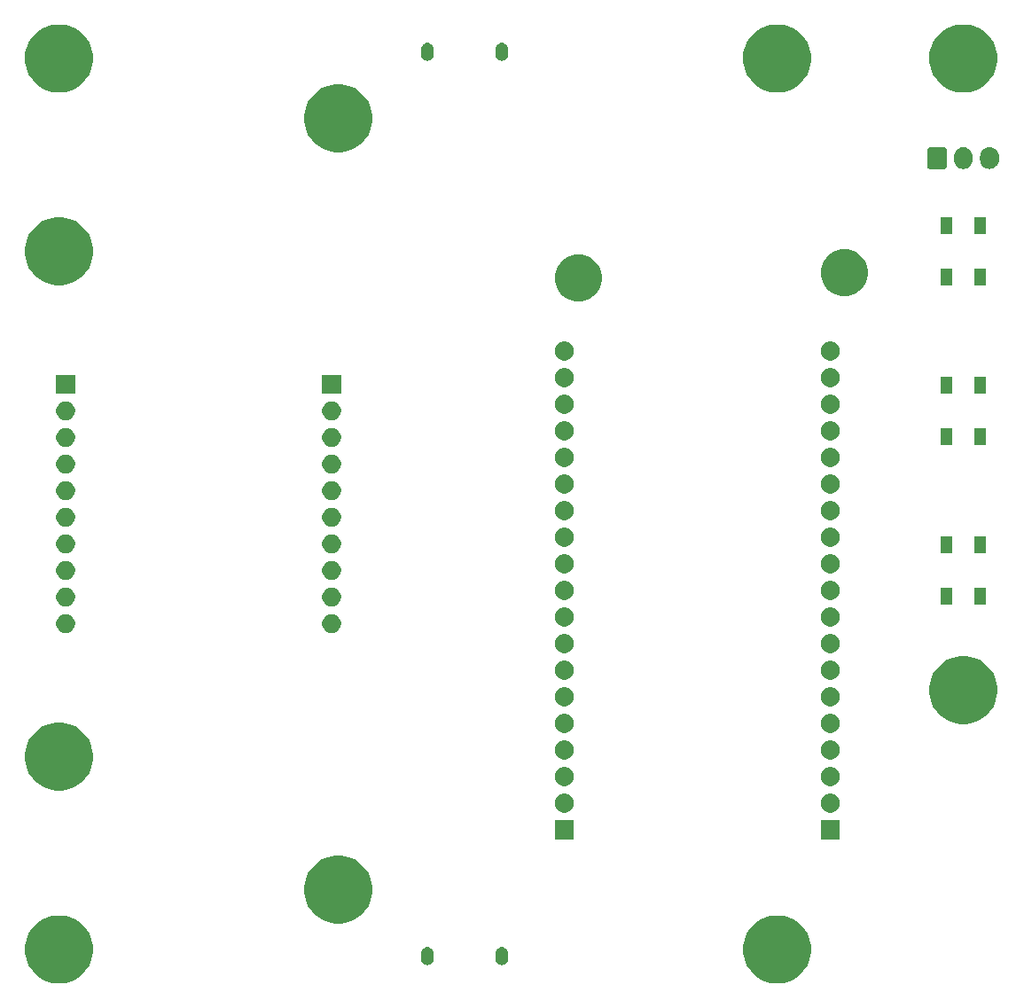
<source format=gbr>
G04 #@! TF.GenerationSoftware,KiCad,Pcbnew,(5.1.5)-3*
G04 #@! TF.CreationDate,2021-11-03T13:02:22+09:00*
G04 #@! TF.ProjectId,control_boad_2021-2,636f6e74-726f-46c5-9f62-6f61645f3230,rev?*
G04 #@! TF.SameCoordinates,Original*
G04 #@! TF.FileFunction,Soldermask,Bot*
G04 #@! TF.FilePolarity,Negative*
%FSLAX46Y46*%
G04 Gerber Fmt 4.6, Leading zero omitted, Abs format (unit mm)*
G04 Created by KiCad (PCBNEW (5.1.5)-3) date 2021-11-03 13:02:22*
%MOMM*%
%LPD*%
G04 APERTURE LIST*
%ADD10C,0.100000*%
G04 APERTURE END LIST*
D10*
G36*
X69842950Y-139685216D02*
G01*
X70163282Y-139748934D01*
X70754926Y-139994001D01*
X71287392Y-140349784D01*
X71740216Y-140802608D01*
X72095999Y-141335074D01*
X72341066Y-141926718D01*
X72341066Y-141926719D01*
X72466000Y-142554803D01*
X72466000Y-143195197D01*
X72403533Y-143509239D01*
X72341066Y-143823282D01*
X72095999Y-144414926D01*
X71740216Y-144947392D01*
X71287392Y-145400216D01*
X70754926Y-145755999D01*
X70163282Y-146001066D01*
X69849239Y-146063533D01*
X69535197Y-146126000D01*
X68894803Y-146126000D01*
X68580761Y-146063533D01*
X68266718Y-146001066D01*
X67675074Y-145755999D01*
X67142608Y-145400216D01*
X66689784Y-144947392D01*
X66334001Y-144414926D01*
X66088934Y-143823282D01*
X66026467Y-143509239D01*
X65964000Y-143195197D01*
X65964000Y-142554803D01*
X66088934Y-141926719D01*
X66088934Y-141926718D01*
X66334001Y-141335074D01*
X66689784Y-140802608D01*
X67142608Y-140349784D01*
X67675074Y-139994001D01*
X68266718Y-139748934D01*
X68587050Y-139685216D01*
X68894803Y-139624000D01*
X69535197Y-139624000D01*
X69842950Y-139685216D01*
G37*
G36*
X138422950Y-139685216D02*
G01*
X138743282Y-139748934D01*
X139334926Y-139994001D01*
X139867392Y-140349784D01*
X140320216Y-140802608D01*
X140675999Y-141335074D01*
X140921066Y-141926718D01*
X140921066Y-141926719D01*
X141046000Y-142554803D01*
X141046000Y-143195197D01*
X140983533Y-143509239D01*
X140921066Y-143823282D01*
X140675999Y-144414926D01*
X140320216Y-144947392D01*
X139867392Y-145400216D01*
X139334926Y-145755999D01*
X138743282Y-146001066D01*
X138429239Y-146063533D01*
X138115197Y-146126000D01*
X137474803Y-146126000D01*
X137160761Y-146063533D01*
X136846718Y-146001066D01*
X136255074Y-145755999D01*
X135722608Y-145400216D01*
X135269784Y-144947392D01*
X134914001Y-144414926D01*
X134668934Y-143823282D01*
X134606467Y-143509239D01*
X134544000Y-143195197D01*
X134544000Y-142554803D01*
X134668934Y-141926719D01*
X134668934Y-141926718D01*
X134914001Y-141335074D01*
X135269784Y-140802608D01*
X135722608Y-140349784D01*
X136255074Y-139994001D01*
X136846718Y-139748934D01*
X137167050Y-139685216D01*
X137474803Y-139624000D01*
X138115197Y-139624000D01*
X138422950Y-139685216D01*
G37*
G36*
X111617818Y-142667696D02*
G01*
X111731105Y-142702062D01*
X111835512Y-142757869D01*
X111927027Y-142832973D01*
X112002131Y-142924488D01*
X112057938Y-143028895D01*
X112092304Y-143142182D01*
X112101000Y-143230481D01*
X112101000Y-143789519D01*
X112092304Y-143877818D01*
X112057938Y-143991105D01*
X112002131Y-144095512D01*
X112002130Y-144095513D01*
X111927027Y-144187027D01*
X111851923Y-144248662D01*
X111835511Y-144262131D01*
X111731104Y-144317938D01*
X111617817Y-144352304D01*
X111500000Y-144363907D01*
X111382182Y-144352304D01*
X111268895Y-144317938D01*
X111164488Y-144262131D01*
X111115274Y-144221742D01*
X111072973Y-144187027D01*
X110997870Y-144095512D01*
X110997869Y-144095511D01*
X110942062Y-143991104D01*
X110907696Y-143877817D01*
X110899000Y-143789518D01*
X110899000Y-143230481D01*
X110907696Y-143142182D01*
X110942062Y-143028895D01*
X110997869Y-142924488D01*
X111072974Y-142832973D01*
X111164489Y-142757869D01*
X111268896Y-142702062D01*
X111382183Y-142667696D01*
X111500000Y-142656093D01*
X111617818Y-142667696D01*
G37*
G36*
X104517818Y-142667696D02*
G01*
X104631105Y-142702062D01*
X104735512Y-142757869D01*
X104827027Y-142832973D01*
X104902131Y-142924488D01*
X104957938Y-143028895D01*
X104992304Y-143142182D01*
X105001000Y-143230481D01*
X105001000Y-143789519D01*
X104992304Y-143877818D01*
X104957938Y-143991105D01*
X104902131Y-144095512D01*
X104902130Y-144095513D01*
X104827027Y-144187027D01*
X104751923Y-144248662D01*
X104735511Y-144262131D01*
X104631104Y-144317938D01*
X104517817Y-144352304D01*
X104400000Y-144363907D01*
X104282182Y-144352304D01*
X104168895Y-144317938D01*
X104064488Y-144262131D01*
X104015274Y-144221742D01*
X103972973Y-144187027D01*
X103897870Y-144095512D01*
X103897869Y-144095511D01*
X103842062Y-143991104D01*
X103807696Y-143877817D01*
X103799000Y-143789518D01*
X103799000Y-143230481D01*
X103807696Y-143142182D01*
X103842062Y-143028895D01*
X103897869Y-142924488D01*
X103972974Y-142832973D01*
X104064489Y-142757869D01*
X104168896Y-142702062D01*
X104282183Y-142667696D01*
X104400000Y-142656093D01*
X104517818Y-142667696D01*
G37*
G36*
X96519239Y-133971467D02*
G01*
X96833282Y-134033934D01*
X97424926Y-134279001D01*
X97957392Y-134634784D01*
X98410216Y-135087608D01*
X98765999Y-135620074D01*
X99011066Y-136211718D01*
X99136000Y-136839804D01*
X99136000Y-137480196D01*
X99011066Y-138108282D01*
X98765999Y-138699926D01*
X98410216Y-139232392D01*
X97957392Y-139685216D01*
X97424926Y-140040999D01*
X96833282Y-140286066D01*
X96544803Y-140343448D01*
X96205197Y-140411000D01*
X95564803Y-140411000D01*
X95225197Y-140343448D01*
X94936718Y-140286066D01*
X94345074Y-140040999D01*
X93812608Y-139685216D01*
X93359784Y-139232392D01*
X93004001Y-138699926D01*
X92758934Y-138108282D01*
X92634000Y-137480196D01*
X92634000Y-136839804D01*
X92758934Y-136211718D01*
X93004001Y-135620074D01*
X93359784Y-135087608D01*
X93812608Y-134634784D01*
X94345074Y-134279001D01*
X94936718Y-134033934D01*
X95250761Y-133971467D01*
X95564803Y-133909000D01*
X96205197Y-133909000D01*
X96519239Y-133971467D01*
G37*
G36*
X118376000Y-132346000D02*
G01*
X116574000Y-132346000D01*
X116574000Y-130544000D01*
X118376000Y-130544000D01*
X118376000Y-132346000D01*
G37*
G36*
X143776000Y-132346000D02*
G01*
X141974000Y-132346000D01*
X141974000Y-130544000D01*
X143776000Y-130544000D01*
X143776000Y-132346000D01*
G37*
G36*
X117588512Y-128008927D02*
G01*
X117737812Y-128038624D01*
X117901784Y-128106544D01*
X118049354Y-128205147D01*
X118174853Y-128330646D01*
X118273456Y-128478216D01*
X118341376Y-128642188D01*
X118376000Y-128816259D01*
X118376000Y-128993741D01*
X118341376Y-129167812D01*
X118273456Y-129331784D01*
X118174853Y-129479354D01*
X118049354Y-129604853D01*
X117901784Y-129703456D01*
X117737812Y-129771376D01*
X117588512Y-129801073D01*
X117563742Y-129806000D01*
X117386258Y-129806000D01*
X117361488Y-129801073D01*
X117212188Y-129771376D01*
X117048216Y-129703456D01*
X116900646Y-129604853D01*
X116775147Y-129479354D01*
X116676544Y-129331784D01*
X116608624Y-129167812D01*
X116574000Y-128993741D01*
X116574000Y-128816259D01*
X116608624Y-128642188D01*
X116676544Y-128478216D01*
X116775147Y-128330646D01*
X116900646Y-128205147D01*
X117048216Y-128106544D01*
X117212188Y-128038624D01*
X117361488Y-128008927D01*
X117386258Y-128004000D01*
X117563742Y-128004000D01*
X117588512Y-128008927D01*
G37*
G36*
X142988512Y-128008927D02*
G01*
X143137812Y-128038624D01*
X143301784Y-128106544D01*
X143449354Y-128205147D01*
X143574853Y-128330646D01*
X143673456Y-128478216D01*
X143741376Y-128642188D01*
X143776000Y-128816259D01*
X143776000Y-128993741D01*
X143741376Y-129167812D01*
X143673456Y-129331784D01*
X143574853Y-129479354D01*
X143449354Y-129604853D01*
X143301784Y-129703456D01*
X143137812Y-129771376D01*
X142988512Y-129801073D01*
X142963742Y-129806000D01*
X142786258Y-129806000D01*
X142761488Y-129801073D01*
X142612188Y-129771376D01*
X142448216Y-129703456D01*
X142300646Y-129604853D01*
X142175147Y-129479354D01*
X142076544Y-129331784D01*
X142008624Y-129167812D01*
X141974000Y-128993741D01*
X141974000Y-128816259D01*
X142008624Y-128642188D01*
X142076544Y-128478216D01*
X142175147Y-128330646D01*
X142300646Y-128205147D01*
X142448216Y-128106544D01*
X142612188Y-128038624D01*
X142761488Y-128008927D01*
X142786258Y-128004000D01*
X142963742Y-128004000D01*
X142988512Y-128008927D01*
G37*
G36*
X69849239Y-121271467D02*
G01*
X70163282Y-121333934D01*
X70754926Y-121579001D01*
X71287392Y-121934784D01*
X71740216Y-122387608D01*
X72095999Y-122920074D01*
X72341066Y-123511718D01*
X72341066Y-123511719D01*
X72421034Y-123913742D01*
X72466000Y-124139804D01*
X72466000Y-124780196D01*
X72341066Y-125408282D01*
X72095999Y-125999926D01*
X71740216Y-126532392D01*
X71287392Y-126985216D01*
X70754926Y-127340999D01*
X70163282Y-127586066D01*
X69849239Y-127648533D01*
X69535197Y-127711000D01*
X68894803Y-127711000D01*
X68580761Y-127648533D01*
X68266718Y-127586066D01*
X67675074Y-127340999D01*
X67142608Y-126985216D01*
X66689784Y-126532392D01*
X66334001Y-125999926D01*
X66088934Y-125408282D01*
X65964000Y-124780196D01*
X65964000Y-124139804D01*
X66008967Y-123913742D01*
X66088934Y-123511719D01*
X66088934Y-123511718D01*
X66334001Y-122920074D01*
X66689784Y-122387608D01*
X67142608Y-121934784D01*
X67675074Y-121579001D01*
X68266718Y-121333934D01*
X68580761Y-121271467D01*
X68894803Y-121209000D01*
X69535197Y-121209000D01*
X69849239Y-121271467D01*
G37*
G36*
X142988512Y-125468927D02*
G01*
X143137812Y-125498624D01*
X143301784Y-125566544D01*
X143449354Y-125665147D01*
X143574853Y-125790646D01*
X143673456Y-125938216D01*
X143741376Y-126102188D01*
X143776000Y-126276259D01*
X143776000Y-126453741D01*
X143741376Y-126627812D01*
X143673456Y-126791784D01*
X143574853Y-126939354D01*
X143449354Y-127064853D01*
X143301784Y-127163456D01*
X143137812Y-127231376D01*
X142988512Y-127261073D01*
X142963742Y-127266000D01*
X142786258Y-127266000D01*
X142761488Y-127261073D01*
X142612188Y-127231376D01*
X142448216Y-127163456D01*
X142300646Y-127064853D01*
X142175147Y-126939354D01*
X142076544Y-126791784D01*
X142008624Y-126627812D01*
X141974000Y-126453741D01*
X141974000Y-126276259D01*
X142008624Y-126102188D01*
X142076544Y-125938216D01*
X142175147Y-125790646D01*
X142300646Y-125665147D01*
X142448216Y-125566544D01*
X142612188Y-125498624D01*
X142761488Y-125468927D01*
X142786258Y-125464000D01*
X142963742Y-125464000D01*
X142988512Y-125468927D01*
G37*
G36*
X117588512Y-125468927D02*
G01*
X117737812Y-125498624D01*
X117901784Y-125566544D01*
X118049354Y-125665147D01*
X118174853Y-125790646D01*
X118273456Y-125938216D01*
X118341376Y-126102188D01*
X118376000Y-126276259D01*
X118376000Y-126453741D01*
X118341376Y-126627812D01*
X118273456Y-126791784D01*
X118174853Y-126939354D01*
X118049354Y-127064853D01*
X117901784Y-127163456D01*
X117737812Y-127231376D01*
X117588512Y-127261073D01*
X117563742Y-127266000D01*
X117386258Y-127266000D01*
X117361488Y-127261073D01*
X117212188Y-127231376D01*
X117048216Y-127163456D01*
X116900646Y-127064853D01*
X116775147Y-126939354D01*
X116676544Y-126791784D01*
X116608624Y-126627812D01*
X116574000Y-126453741D01*
X116574000Y-126276259D01*
X116608624Y-126102188D01*
X116676544Y-125938216D01*
X116775147Y-125790646D01*
X116900646Y-125665147D01*
X117048216Y-125566544D01*
X117212188Y-125498624D01*
X117361488Y-125468927D01*
X117386258Y-125464000D01*
X117563742Y-125464000D01*
X117588512Y-125468927D01*
G37*
G36*
X117588512Y-122928927D02*
G01*
X117737812Y-122958624D01*
X117901784Y-123026544D01*
X118049354Y-123125147D01*
X118174853Y-123250646D01*
X118273456Y-123398216D01*
X118341376Y-123562188D01*
X118376000Y-123736259D01*
X118376000Y-123913741D01*
X118341376Y-124087812D01*
X118273456Y-124251784D01*
X118174853Y-124399354D01*
X118049354Y-124524853D01*
X117901784Y-124623456D01*
X117737812Y-124691376D01*
X117588512Y-124721073D01*
X117563742Y-124726000D01*
X117386258Y-124726000D01*
X117361488Y-124721073D01*
X117212188Y-124691376D01*
X117048216Y-124623456D01*
X116900646Y-124524853D01*
X116775147Y-124399354D01*
X116676544Y-124251784D01*
X116608624Y-124087812D01*
X116574000Y-123913741D01*
X116574000Y-123736259D01*
X116608624Y-123562188D01*
X116676544Y-123398216D01*
X116775147Y-123250646D01*
X116900646Y-123125147D01*
X117048216Y-123026544D01*
X117212188Y-122958624D01*
X117361488Y-122928927D01*
X117386258Y-122924000D01*
X117563742Y-122924000D01*
X117588512Y-122928927D01*
G37*
G36*
X142988512Y-122928927D02*
G01*
X143137812Y-122958624D01*
X143301784Y-123026544D01*
X143449354Y-123125147D01*
X143574853Y-123250646D01*
X143673456Y-123398216D01*
X143741376Y-123562188D01*
X143776000Y-123736259D01*
X143776000Y-123913741D01*
X143741376Y-124087812D01*
X143673456Y-124251784D01*
X143574853Y-124399354D01*
X143449354Y-124524853D01*
X143301784Y-124623456D01*
X143137812Y-124691376D01*
X142988512Y-124721073D01*
X142963742Y-124726000D01*
X142786258Y-124726000D01*
X142761488Y-124721073D01*
X142612188Y-124691376D01*
X142448216Y-124623456D01*
X142300646Y-124524853D01*
X142175147Y-124399354D01*
X142076544Y-124251784D01*
X142008624Y-124087812D01*
X141974000Y-123913741D01*
X141974000Y-123736259D01*
X142008624Y-123562188D01*
X142076544Y-123398216D01*
X142175147Y-123250646D01*
X142300646Y-123125147D01*
X142448216Y-123026544D01*
X142612188Y-122958624D01*
X142761488Y-122928927D01*
X142786258Y-122924000D01*
X142963742Y-122924000D01*
X142988512Y-122928927D01*
G37*
G36*
X142988512Y-120388927D02*
G01*
X143137812Y-120418624D01*
X143301784Y-120486544D01*
X143449354Y-120585147D01*
X143574853Y-120710646D01*
X143673456Y-120858216D01*
X143741376Y-121022188D01*
X143776000Y-121196259D01*
X143776000Y-121373741D01*
X143741376Y-121547812D01*
X143673456Y-121711784D01*
X143574853Y-121859354D01*
X143449354Y-121984853D01*
X143301784Y-122083456D01*
X143137812Y-122151376D01*
X142988512Y-122181073D01*
X142963742Y-122186000D01*
X142786258Y-122186000D01*
X142761488Y-122181073D01*
X142612188Y-122151376D01*
X142448216Y-122083456D01*
X142300646Y-121984853D01*
X142175147Y-121859354D01*
X142076544Y-121711784D01*
X142008624Y-121547812D01*
X141974000Y-121373741D01*
X141974000Y-121196259D01*
X142008624Y-121022188D01*
X142076544Y-120858216D01*
X142175147Y-120710646D01*
X142300646Y-120585147D01*
X142448216Y-120486544D01*
X142612188Y-120418624D01*
X142761488Y-120388927D01*
X142786258Y-120384000D01*
X142963742Y-120384000D01*
X142988512Y-120388927D01*
G37*
G36*
X117588512Y-120388927D02*
G01*
X117737812Y-120418624D01*
X117901784Y-120486544D01*
X118049354Y-120585147D01*
X118174853Y-120710646D01*
X118273456Y-120858216D01*
X118341376Y-121022188D01*
X118376000Y-121196259D01*
X118376000Y-121373741D01*
X118341376Y-121547812D01*
X118273456Y-121711784D01*
X118174853Y-121859354D01*
X118049354Y-121984853D01*
X117901784Y-122083456D01*
X117737812Y-122151376D01*
X117588512Y-122181073D01*
X117563742Y-122186000D01*
X117386258Y-122186000D01*
X117361488Y-122181073D01*
X117212188Y-122151376D01*
X117048216Y-122083456D01*
X116900646Y-121984853D01*
X116775147Y-121859354D01*
X116676544Y-121711784D01*
X116608624Y-121547812D01*
X116574000Y-121373741D01*
X116574000Y-121196259D01*
X116608624Y-121022188D01*
X116676544Y-120858216D01*
X116775147Y-120710646D01*
X116900646Y-120585147D01*
X117048216Y-120486544D01*
X117212188Y-120418624D01*
X117361488Y-120388927D01*
X117386258Y-120384000D01*
X117563742Y-120384000D01*
X117588512Y-120388927D01*
G37*
G36*
X156209239Y-114921467D02*
G01*
X156523282Y-114983934D01*
X157114926Y-115229001D01*
X157647392Y-115584784D01*
X158100216Y-116037608D01*
X158455999Y-116570074D01*
X158701066Y-117161718D01*
X158701066Y-117161719D01*
X158826000Y-117789803D01*
X158826000Y-118430197D01*
X158781033Y-118656259D01*
X158701066Y-119058282D01*
X158455999Y-119649926D01*
X158100216Y-120182392D01*
X157647392Y-120635216D01*
X157114926Y-120990999D01*
X156523282Y-121236066D01*
X156209239Y-121298533D01*
X155895197Y-121361000D01*
X155254803Y-121361000D01*
X154940761Y-121298533D01*
X154626718Y-121236066D01*
X154035074Y-120990999D01*
X153502608Y-120635216D01*
X153049784Y-120182392D01*
X152694001Y-119649926D01*
X152448934Y-119058282D01*
X152368967Y-118656259D01*
X152324000Y-118430197D01*
X152324000Y-117789803D01*
X152448934Y-117161719D01*
X152448934Y-117161718D01*
X152694001Y-116570074D01*
X153049784Y-116037608D01*
X153502608Y-115584784D01*
X154035074Y-115229001D01*
X154626718Y-114983934D01*
X154940761Y-114921467D01*
X155254803Y-114859000D01*
X155895197Y-114859000D01*
X156209239Y-114921467D01*
G37*
G36*
X142988512Y-117848927D02*
G01*
X143137812Y-117878624D01*
X143301784Y-117946544D01*
X143449354Y-118045147D01*
X143574853Y-118170646D01*
X143673456Y-118318216D01*
X143741376Y-118482188D01*
X143776000Y-118656259D01*
X143776000Y-118833741D01*
X143741376Y-119007812D01*
X143673456Y-119171784D01*
X143574853Y-119319354D01*
X143449354Y-119444853D01*
X143301784Y-119543456D01*
X143137812Y-119611376D01*
X142988512Y-119641073D01*
X142963742Y-119646000D01*
X142786258Y-119646000D01*
X142761488Y-119641073D01*
X142612188Y-119611376D01*
X142448216Y-119543456D01*
X142300646Y-119444853D01*
X142175147Y-119319354D01*
X142076544Y-119171784D01*
X142008624Y-119007812D01*
X141974000Y-118833741D01*
X141974000Y-118656259D01*
X142008624Y-118482188D01*
X142076544Y-118318216D01*
X142175147Y-118170646D01*
X142300646Y-118045147D01*
X142448216Y-117946544D01*
X142612188Y-117878624D01*
X142761488Y-117848927D01*
X142786258Y-117844000D01*
X142963742Y-117844000D01*
X142988512Y-117848927D01*
G37*
G36*
X117588512Y-117848927D02*
G01*
X117737812Y-117878624D01*
X117901784Y-117946544D01*
X118049354Y-118045147D01*
X118174853Y-118170646D01*
X118273456Y-118318216D01*
X118341376Y-118482188D01*
X118376000Y-118656259D01*
X118376000Y-118833741D01*
X118341376Y-119007812D01*
X118273456Y-119171784D01*
X118174853Y-119319354D01*
X118049354Y-119444853D01*
X117901784Y-119543456D01*
X117737812Y-119611376D01*
X117588512Y-119641073D01*
X117563742Y-119646000D01*
X117386258Y-119646000D01*
X117361488Y-119641073D01*
X117212188Y-119611376D01*
X117048216Y-119543456D01*
X116900646Y-119444853D01*
X116775147Y-119319354D01*
X116676544Y-119171784D01*
X116608624Y-119007812D01*
X116574000Y-118833741D01*
X116574000Y-118656259D01*
X116608624Y-118482188D01*
X116676544Y-118318216D01*
X116775147Y-118170646D01*
X116900646Y-118045147D01*
X117048216Y-117946544D01*
X117212188Y-117878624D01*
X117361488Y-117848927D01*
X117386258Y-117844000D01*
X117563742Y-117844000D01*
X117588512Y-117848927D01*
G37*
G36*
X117588512Y-115308927D02*
G01*
X117737812Y-115338624D01*
X117901784Y-115406544D01*
X118049354Y-115505147D01*
X118174853Y-115630646D01*
X118273456Y-115778216D01*
X118341376Y-115942188D01*
X118376000Y-116116259D01*
X118376000Y-116293741D01*
X118341376Y-116467812D01*
X118273456Y-116631784D01*
X118174853Y-116779354D01*
X118049354Y-116904853D01*
X117901784Y-117003456D01*
X117737812Y-117071376D01*
X117588512Y-117101073D01*
X117563742Y-117106000D01*
X117386258Y-117106000D01*
X117361488Y-117101073D01*
X117212188Y-117071376D01*
X117048216Y-117003456D01*
X116900646Y-116904853D01*
X116775147Y-116779354D01*
X116676544Y-116631784D01*
X116608624Y-116467812D01*
X116574000Y-116293741D01*
X116574000Y-116116259D01*
X116608624Y-115942188D01*
X116676544Y-115778216D01*
X116775147Y-115630646D01*
X116900646Y-115505147D01*
X117048216Y-115406544D01*
X117212188Y-115338624D01*
X117361488Y-115308927D01*
X117386258Y-115304000D01*
X117563742Y-115304000D01*
X117588512Y-115308927D01*
G37*
G36*
X142988512Y-115308927D02*
G01*
X143137812Y-115338624D01*
X143301784Y-115406544D01*
X143449354Y-115505147D01*
X143574853Y-115630646D01*
X143673456Y-115778216D01*
X143741376Y-115942188D01*
X143776000Y-116116259D01*
X143776000Y-116293741D01*
X143741376Y-116467812D01*
X143673456Y-116631784D01*
X143574853Y-116779354D01*
X143449354Y-116904853D01*
X143301784Y-117003456D01*
X143137812Y-117071376D01*
X142988512Y-117101073D01*
X142963742Y-117106000D01*
X142786258Y-117106000D01*
X142761488Y-117101073D01*
X142612188Y-117071376D01*
X142448216Y-117003456D01*
X142300646Y-116904853D01*
X142175147Y-116779354D01*
X142076544Y-116631784D01*
X142008624Y-116467812D01*
X141974000Y-116293741D01*
X141974000Y-116116259D01*
X142008624Y-115942188D01*
X142076544Y-115778216D01*
X142175147Y-115630646D01*
X142300646Y-115505147D01*
X142448216Y-115406544D01*
X142612188Y-115338624D01*
X142761488Y-115308927D01*
X142786258Y-115304000D01*
X142963742Y-115304000D01*
X142988512Y-115308927D01*
G37*
G36*
X142988512Y-112768927D02*
G01*
X143137812Y-112798624D01*
X143301784Y-112866544D01*
X143449354Y-112965147D01*
X143574853Y-113090646D01*
X143673456Y-113238216D01*
X143741376Y-113402188D01*
X143776000Y-113576259D01*
X143776000Y-113753741D01*
X143741376Y-113927812D01*
X143673456Y-114091784D01*
X143574853Y-114239354D01*
X143449354Y-114364853D01*
X143301784Y-114463456D01*
X143137812Y-114531376D01*
X142988512Y-114561073D01*
X142963742Y-114566000D01*
X142786258Y-114566000D01*
X142761488Y-114561073D01*
X142612188Y-114531376D01*
X142448216Y-114463456D01*
X142300646Y-114364853D01*
X142175147Y-114239354D01*
X142076544Y-114091784D01*
X142008624Y-113927812D01*
X141974000Y-113753741D01*
X141974000Y-113576259D01*
X142008624Y-113402188D01*
X142076544Y-113238216D01*
X142175147Y-113090646D01*
X142300646Y-112965147D01*
X142448216Y-112866544D01*
X142612188Y-112798624D01*
X142761488Y-112768927D01*
X142786258Y-112764000D01*
X142963742Y-112764000D01*
X142988512Y-112768927D01*
G37*
G36*
X117588512Y-112768927D02*
G01*
X117737812Y-112798624D01*
X117901784Y-112866544D01*
X118049354Y-112965147D01*
X118174853Y-113090646D01*
X118273456Y-113238216D01*
X118341376Y-113402188D01*
X118376000Y-113576259D01*
X118376000Y-113753741D01*
X118341376Y-113927812D01*
X118273456Y-114091784D01*
X118174853Y-114239354D01*
X118049354Y-114364853D01*
X117901784Y-114463456D01*
X117737812Y-114531376D01*
X117588512Y-114561073D01*
X117563742Y-114566000D01*
X117386258Y-114566000D01*
X117361488Y-114561073D01*
X117212188Y-114531376D01*
X117048216Y-114463456D01*
X116900646Y-114364853D01*
X116775147Y-114239354D01*
X116676544Y-114091784D01*
X116608624Y-113927812D01*
X116574000Y-113753741D01*
X116574000Y-113576259D01*
X116608624Y-113402188D01*
X116676544Y-113238216D01*
X116775147Y-113090646D01*
X116900646Y-112965147D01*
X117048216Y-112866544D01*
X117212188Y-112798624D01*
X117361488Y-112768927D01*
X117386258Y-112764000D01*
X117563742Y-112764000D01*
X117588512Y-112768927D01*
G37*
G36*
X95354769Y-110862188D02*
G01*
X95512812Y-110893624D01*
X95676784Y-110961544D01*
X95824354Y-111060147D01*
X95949853Y-111185646D01*
X96048456Y-111333216D01*
X96116376Y-111497188D01*
X96151000Y-111671259D01*
X96151000Y-111848741D01*
X96116376Y-112022812D01*
X96048456Y-112186784D01*
X95949853Y-112334354D01*
X95824354Y-112459853D01*
X95676784Y-112558456D01*
X95512812Y-112626376D01*
X95363512Y-112656073D01*
X95338742Y-112661000D01*
X95161258Y-112661000D01*
X95136488Y-112656073D01*
X94987188Y-112626376D01*
X94823216Y-112558456D01*
X94675646Y-112459853D01*
X94550147Y-112334354D01*
X94451544Y-112186784D01*
X94383624Y-112022812D01*
X94349000Y-111848741D01*
X94349000Y-111671259D01*
X94383624Y-111497188D01*
X94451544Y-111333216D01*
X94550147Y-111185646D01*
X94675646Y-111060147D01*
X94823216Y-110961544D01*
X94987188Y-110893624D01*
X95145231Y-110862188D01*
X95161258Y-110859000D01*
X95338742Y-110859000D01*
X95354769Y-110862188D01*
G37*
G36*
X69954769Y-110862188D02*
G01*
X70112812Y-110893624D01*
X70276784Y-110961544D01*
X70424354Y-111060147D01*
X70549853Y-111185646D01*
X70648456Y-111333216D01*
X70716376Y-111497188D01*
X70751000Y-111671259D01*
X70751000Y-111848741D01*
X70716376Y-112022812D01*
X70648456Y-112186784D01*
X70549853Y-112334354D01*
X70424354Y-112459853D01*
X70276784Y-112558456D01*
X70112812Y-112626376D01*
X69963512Y-112656073D01*
X69938742Y-112661000D01*
X69761258Y-112661000D01*
X69736488Y-112656073D01*
X69587188Y-112626376D01*
X69423216Y-112558456D01*
X69275646Y-112459853D01*
X69150147Y-112334354D01*
X69051544Y-112186784D01*
X68983624Y-112022812D01*
X68949000Y-111848741D01*
X68949000Y-111671259D01*
X68983624Y-111497188D01*
X69051544Y-111333216D01*
X69150147Y-111185646D01*
X69275646Y-111060147D01*
X69423216Y-110961544D01*
X69587188Y-110893624D01*
X69745231Y-110862188D01*
X69761258Y-110859000D01*
X69938742Y-110859000D01*
X69954769Y-110862188D01*
G37*
G36*
X117588512Y-110228927D02*
G01*
X117737812Y-110258624D01*
X117901784Y-110326544D01*
X118049354Y-110425147D01*
X118174853Y-110550646D01*
X118273456Y-110698216D01*
X118341376Y-110862188D01*
X118376000Y-111036259D01*
X118376000Y-111213741D01*
X118341376Y-111387812D01*
X118273456Y-111551784D01*
X118174853Y-111699354D01*
X118049354Y-111824853D01*
X117901784Y-111923456D01*
X117737812Y-111991376D01*
X117588512Y-112021073D01*
X117563742Y-112026000D01*
X117386258Y-112026000D01*
X117361488Y-112021073D01*
X117212188Y-111991376D01*
X117048216Y-111923456D01*
X116900646Y-111824853D01*
X116775147Y-111699354D01*
X116676544Y-111551784D01*
X116608624Y-111387812D01*
X116574000Y-111213741D01*
X116574000Y-111036259D01*
X116608624Y-110862188D01*
X116676544Y-110698216D01*
X116775147Y-110550646D01*
X116900646Y-110425147D01*
X117048216Y-110326544D01*
X117212188Y-110258624D01*
X117361488Y-110228927D01*
X117386258Y-110224000D01*
X117563742Y-110224000D01*
X117588512Y-110228927D01*
G37*
G36*
X142988512Y-110228927D02*
G01*
X143137812Y-110258624D01*
X143301784Y-110326544D01*
X143449354Y-110425147D01*
X143574853Y-110550646D01*
X143673456Y-110698216D01*
X143741376Y-110862188D01*
X143776000Y-111036259D01*
X143776000Y-111213741D01*
X143741376Y-111387812D01*
X143673456Y-111551784D01*
X143574853Y-111699354D01*
X143449354Y-111824853D01*
X143301784Y-111923456D01*
X143137812Y-111991376D01*
X142988512Y-112021073D01*
X142963742Y-112026000D01*
X142786258Y-112026000D01*
X142761488Y-112021073D01*
X142612188Y-111991376D01*
X142448216Y-111923456D01*
X142300646Y-111824853D01*
X142175147Y-111699354D01*
X142076544Y-111551784D01*
X142008624Y-111387812D01*
X141974000Y-111213741D01*
X141974000Y-111036259D01*
X142008624Y-110862188D01*
X142076544Y-110698216D01*
X142175147Y-110550646D01*
X142300646Y-110425147D01*
X142448216Y-110326544D01*
X142612188Y-110258624D01*
X142761488Y-110228927D01*
X142786258Y-110224000D01*
X142963742Y-110224000D01*
X142988512Y-110228927D01*
G37*
G36*
X69954769Y-108322188D02*
G01*
X70112812Y-108353624D01*
X70276784Y-108421544D01*
X70424354Y-108520147D01*
X70549853Y-108645646D01*
X70648456Y-108793216D01*
X70716376Y-108957188D01*
X70751000Y-109131259D01*
X70751000Y-109308741D01*
X70716376Y-109482812D01*
X70648456Y-109646784D01*
X70549853Y-109794354D01*
X70424354Y-109919853D01*
X70276784Y-110018456D01*
X70112812Y-110086376D01*
X69963512Y-110116073D01*
X69938742Y-110121000D01*
X69761258Y-110121000D01*
X69736488Y-110116073D01*
X69587188Y-110086376D01*
X69423216Y-110018456D01*
X69275646Y-109919853D01*
X69150147Y-109794354D01*
X69051544Y-109646784D01*
X68983624Y-109482812D01*
X68949000Y-109308741D01*
X68949000Y-109131259D01*
X68983624Y-108957188D01*
X69051544Y-108793216D01*
X69150147Y-108645646D01*
X69275646Y-108520147D01*
X69423216Y-108421544D01*
X69587188Y-108353624D01*
X69745231Y-108322188D01*
X69761258Y-108319000D01*
X69938742Y-108319000D01*
X69954769Y-108322188D01*
G37*
G36*
X95354769Y-108322188D02*
G01*
X95512812Y-108353624D01*
X95676784Y-108421544D01*
X95824354Y-108520147D01*
X95949853Y-108645646D01*
X96048456Y-108793216D01*
X96116376Y-108957188D01*
X96151000Y-109131259D01*
X96151000Y-109308741D01*
X96116376Y-109482812D01*
X96048456Y-109646784D01*
X95949853Y-109794354D01*
X95824354Y-109919853D01*
X95676784Y-110018456D01*
X95512812Y-110086376D01*
X95363512Y-110116073D01*
X95338742Y-110121000D01*
X95161258Y-110121000D01*
X95136488Y-110116073D01*
X94987188Y-110086376D01*
X94823216Y-110018456D01*
X94675646Y-109919853D01*
X94550147Y-109794354D01*
X94451544Y-109646784D01*
X94383624Y-109482812D01*
X94349000Y-109308741D01*
X94349000Y-109131259D01*
X94383624Y-108957188D01*
X94451544Y-108793216D01*
X94550147Y-108645646D01*
X94675646Y-108520147D01*
X94823216Y-108421544D01*
X94987188Y-108353624D01*
X95145231Y-108322188D01*
X95161258Y-108319000D01*
X95338742Y-108319000D01*
X95354769Y-108322188D01*
G37*
G36*
X157726000Y-109931000D02*
G01*
X156624000Y-109931000D01*
X156624000Y-108329000D01*
X157726000Y-108329000D01*
X157726000Y-109931000D01*
G37*
G36*
X154526000Y-109931000D02*
G01*
X153424000Y-109931000D01*
X153424000Y-108329000D01*
X154526000Y-108329000D01*
X154526000Y-109931000D01*
G37*
G36*
X117588512Y-107688927D02*
G01*
X117737812Y-107718624D01*
X117901784Y-107786544D01*
X118049354Y-107885147D01*
X118174853Y-108010646D01*
X118273456Y-108158216D01*
X118341376Y-108322188D01*
X118376000Y-108496259D01*
X118376000Y-108673741D01*
X118341376Y-108847812D01*
X118273456Y-109011784D01*
X118174853Y-109159354D01*
X118049354Y-109284853D01*
X117901784Y-109383456D01*
X117737812Y-109451376D01*
X117588512Y-109481073D01*
X117563742Y-109486000D01*
X117386258Y-109486000D01*
X117361488Y-109481073D01*
X117212188Y-109451376D01*
X117048216Y-109383456D01*
X116900646Y-109284853D01*
X116775147Y-109159354D01*
X116676544Y-109011784D01*
X116608624Y-108847812D01*
X116574000Y-108673741D01*
X116574000Y-108496259D01*
X116608624Y-108322188D01*
X116676544Y-108158216D01*
X116775147Y-108010646D01*
X116900646Y-107885147D01*
X117048216Y-107786544D01*
X117212188Y-107718624D01*
X117361488Y-107688927D01*
X117386258Y-107684000D01*
X117563742Y-107684000D01*
X117588512Y-107688927D01*
G37*
G36*
X142988512Y-107688927D02*
G01*
X143137812Y-107718624D01*
X143301784Y-107786544D01*
X143449354Y-107885147D01*
X143574853Y-108010646D01*
X143673456Y-108158216D01*
X143741376Y-108322188D01*
X143776000Y-108496259D01*
X143776000Y-108673741D01*
X143741376Y-108847812D01*
X143673456Y-109011784D01*
X143574853Y-109159354D01*
X143449354Y-109284853D01*
X143301784Y-109383456D01*
X143137812Y-109451376D01*
X142988512Y-109481073D01*
X142963742Y-109486000D01*
X142786258Y-109486000D01*
X142761488Y-109481073D01*
X142612188Y-109451376D01*
X142448216Y-109383456D01*
X142300646Y-109284853D01*
X142175147Y-109159354D01*
X142076544Y-109011784D01*
X142008624Y-108847812D01*
X141974000Y-108673741D01*
X141974000Y-108496259D01*
X142008624Y-108322188D01*
X142076544Y-108158216D01*
X142175147Y-108010646D01*
X142300646Y-107885147D01*
X142448216Y-107786544D01*
X142612188Y-107718624D01*
X142761488Y-107688927D01*
X142786258Y-107684000D01*
X142963742Y-107684000D01*
X142988512Y-107688927D01*
G37*
G36*
X69954769Y-105782188D02*
G01*
X70112812Y-105813624D01*
X70276784Y-105881544D01*
X70424354Y-105980147D01*
X70549853Y-106105646D01*
X70648456Y-106253216D01*
X70716376Y-106417188D01*
X70751000Y-106591259D01*
X70751000Y-106768741D01*
X70716376Y-106942812D01*
X70648456Y-107106784D01*
X70549853Y-107254354D01*
X70424354Y-107379853D01*
X70276784Y-107478456D01*
X70112812Y-107546376D01*
X69963512Y-107576073D01*
X69938742Y-107581000D01*
X69761258Y-107581000D01*
X69736488Y-107576073D01*
X69587188Y-107546376D01*
X69423216Y-107478456D01*
X69275646Y-107379853D01*
X69150147Y-107254354D01*
X69051544Y-107106784D01*
X68983624Y-106942812D01*
X68949000Y-106768741D01*
X68949000Y-106591259D01*
X68983624Y-106417188D01*
X69051544Y-106253216D01*
X69150147Y-106105646D01*
X69275646Y-105980147D01*
X69423216Y-105881544D01*
X69587188Y-105813624D01*
X69745231Y-105782188D01*
X69761258Y-105779000D01*
X69938742Y-105779000D01*
X69954769Y-105782188D01*
G37*
G36*
X95354769Y-105782188D02*
G01*
X95512812Y-105813624D01*
X95676784Y-105881544D01*
X95824354Y-105980147D01*
X95949853Y-106105646D01*
X96048456Y-106253216D01*
X96116376Y-106417188D01*
X96151000Y-106591259D01*
X96151000Y-106768741D01*
X96116376Y-106942812D01*
X96048456Y-107106784D01*
X95949853Y-107254354D01*
X95824354Y-107379853D01*
X95676784Y-107478456D01*
X95512812Y-107546376D01*
X95363512Y-107576073D01*
X95338742Y-107581000D01*
X95161258Y-107581000D01*
X95136488Y-107576073D01*
X94987188Y-107546376D01*
X94823216Y-107478456D01*
X94675646Y-107379853D01*
X94550147Y-107254354D01*
X94451544Y-107106784D01*
X94383624Y-106942812D01*
X94349000Y-106768741D01*
X94349000Y-106591259D01*
X94383624Y-106417188D01*
X94451544Y-106253216D01*
X94550147Y-106105646D01*
X94675646Y-105980147D01*
X94823216Y-105881544D01*
X94987188Y-105813624D01*
X95145231Y-105782188D01*
X95161258Y-105779000D01*
X95338742Y-105779000D01*
X95354769Y-105782188D01*
G37*
G36*
X142988512Y-105148927D02*
G01*
X143137812Y-105178624D01*
X143301784Y-105246544D01*
X143449354Y-105345147D01*
X143574853Y-105470646D01*
X143673456Y-105618216D01*
X143741376Y-105782188D01*
X143776000Y-105956259D01*
X143776000Y-106133741D01*
X143741376Y-106307812D01*
X143673456Y-106471784D01*
X143574853Y-106619354D01*
X143449354Y-106744853D01*
X143301784Y-106843456D01*
X143137812Y-106911376D01*
X142988512Y-106941073D01*
X142963742Y-106946000D01*
X142786258Y-106946000D01*
X142761488Y-106941073D01*
X142612188Y-106911376D01*
X142448216Y-106843456D01*
X142300646Y-106744853D01*
X142175147Y-106619354D01*
X142076544Y-106471784D01*
X142008624Y-106307812D01*
X141974000Y-106133741D01*
X141974000Y-105956259D01*
X142008624Y-105782188D01*
X142076544Y-105618216D01*
X142175147Y-105470646D01*
X142300646Y-105345147D01*
X142448216Y-105246544D01*
X142612188Y-105178624D01*
X142761488Y-105148927D01*
X142786258Y-105144000D01*
X142963742Y-105144000D01*
X142988512Y-105148927D01*
G37*
G36*
X117588512Y-105148927D02*
G01*
X117737812Y-105178624D01*
X117901784Y-105246544D01*
X118049354Y-105345147D01*
X118174853Y-105470646D01*
X118273456Y-105618216D01*
X118341376Y-105782188D01*
X118376000Y-105956259D01*
X118376000Y-106133741D01*
X118341376Y-106307812D01*
X118273456Y-106471784D01*
X118174853Y-106619354D01*
X118049354Y-106744853D01*
X117901784Y-106843456D01*
X117737812Y-106911376D01*
X117588512Y-106941073D01*
X117563742Y-106946000D01*
X117386258Y-106946000D01*
X117361488Y-106941073D01*
X117212188Y-106911376D01*
X117048216Y-106843456D01*
X116900646Y-106744853D01*
X116775147Y-106619354D01*
X116676544Y-106471784D01*
X116608624Y-106307812D01*
X116574000Y-106133741D01*
X116574000Y-105956259D01*
X116608624Y-105782188D01*
X116676544Y-105618216D01*
X116775147Y-105470646D01*
X116900646Y-105345147D01*
X117048216Y-105246544D01*
X117212188Y-105178624D01*
X117361488Y-105148927D01*
X117386258Y-105144000D01*
X117563742Y-105144000D01*
X117588512Y-105148927D01*
G37*
G36*
X69954769Y-103242188D02*
G01*
X70112812Y-103273624D01*
X70276784Y-103341544D01*
X70424354Y-103440147D01*
X70549853Y-103565646D01*
X70648456Y-103713216D01*
X70716376Y-103877188D01*
X70751000Y-104051259D01*
X70751000Y-104228741D01*
X70716376Y-104402812D01*
X70648456Y-104566784D01*
X70549853Y-104714354D01*
X70424354Y-104839853D01*
X70276784Y-104938456D01*
X70112812Y-105006376D01*
X69963512Y-105036073D01*
X69938742Y-105041000D01*
X69761258Y-105041000D01*
X69736488Y-105036073D01*
X69587188Y-105006376D01*
X69423216Y-104938456D01*
X69275646Y-104839853D01*
X69150147Y-104714354D01*
X69051544Y-104566784D01*
X68983624Y-104402812D01*
X68949000Y-104228741D01*
X68949000Y-104051259D01*
X68983624Y-103877188D01*
X69051544Y-103713216D01*
X69150147Y-103565646D01*
X69275646Y-103440147D01*
X69423216Y-103341544D01*
X69587188Y-103273624D01*
X69745231Y-103242188D01*
X69761258Y-103239000D01*
X69938742Y-103239000D01*
X69954769Y-103242188D01*
G37*
G36*
X95354769Y-103242188D02*
G01*
X95512812Y-103273624D01*
X95676784Y-103341544D01*
X95824354Y-103440147D01*
X95949853Y-103565646D01*
X96048456Y-103713216D01*
X96116376Y-103877188D01*
X96151000Y-104051259D01*
X96151000Y-104228741D01*
X96116376Y-104402812D01*
X96048456Y-104566784D01*
X95949853Y-104714354D01*
X95824354Y-104839853D01*
X95676784Y-104938456D01*
X95512812Y-105006376D01*
X95363512Y-105036073D01*
X95338742Y-105041000D01*
X95161258Y-105041000D01*
X95136488Y-105036073D01*
X94987188Y-105006376D01*
X94823216Y-104938456D01*
X94675646Y-104839853D01*
X94550147Y-104714354D01*
X94451544Y-104566784D01*
X94383624Y-104402812D01*
X94349000Y-104228741D01*
X94349000Y-104051259D01*
X94383624Y-103877188D01*
X94451544Y-103713216D01*
X94550147Y-103565646D01*
X94675646Y-103440147D01*
X94823216Y-103341544D01*
X94987188Y-103273624D01*
X95145231Y-103242188D01*
X95161258Y-103239000D01*
X95338742Y-103239000D01*
X95354769Y-103242188D01*
G37*
G36*
X157726000Y-105031000D02*
G01*
X156624000Y-105031000D01*
X156624000Y-103429000D01*
X157726000Y-103429000D01*
X157726000Y-105031000D01*
G37*
G36*
X154526000Y-105031000D02*
G01*
X153424000Y-105031000D01*
X153424000Y-103429000D01*
X154526000Y-103429000D01*
X154526000Y-105031000D01*
G37*
G36*
X117588512Y-102608927D02*
G01*
X117737812Y-102638624D01*
X117901784Y-102706544D01*
X118049354Y-102805147D01*
X118174853Y-102930646D01*
X118273456Y-103078216D01*
X118341376Y-103242188D01*
X118376000Y-103416259D01*
X118376000Y-103593741D01*
X118341376Y-103767812D01*
X118273456Y-103931784D01*
X118174853Y-104079354D01*
X118049354Y-104204853D01*
X117901784Y-104303456D01*
X117737812Y-104371376D01*
X117588512Y-104401073D01*
X117563742Y-104406000D01*
X117386258Y-104406000D01*
X117361488Y-104401073D01*
X117212188Y-104371376D01*
X117048216Y-104303456D01*
X116900646Y-104204853D01*
X116775147Y-104079354D01*
X116676544Y-103931784D01*
X116608624Y-103767812D01*
X116574000Y-103593741D01*
X116574000Y-103416259D01*
X116608624Y-103242188D01*
X116676544Y-103078216D01*
X116775147Y-102930646D01*
X116900646Y-102805147D01*
X117048216Y-102706544D01*
X117212188Y-102638624D01*
X117361488Y-102608927D01*
X117386258Y-102604000D01*
X117563742Y-102604000D01*
X117588512Y-102608927D01*
G37*
G36*
X142988512Y-102608927D02*
G01*
X143137812Y-102638624D01*
X143301784Y-102706544D01*
X143449354Y-102805147D01*
X143574853Y-102930646D01*
X143673456Y-103078216D01*
X143741376Y-103242188D01*
X143776000Y-103416259D01*
X143776000Y-103593741D01*
X143741376Y-103767812D01*
X143673456Y-103931784D01*
X143574853Y-104079354D01*
X143449354Y-104204853D01*
X143301784Y-104303456D01*
X143137812Y-104371376D01*
X142988512Y-104401073D01*
X142963742Y-104406000D01*
X142786258Y-104406000D01*
X142761488Y-104401073D01*
X142612188Y-104371376D01*
X142448216Y-104303456D01*
X142300646Y-104204853D01*
X142175147Y-104079354D01*
X142076544Y-103931784D01*
X142008624Y-103767812D01*
X141974000Y-103593741D01*
X141974000Y-103416259D01*
X142008624Y-103242188D01*
X142076544Y-103078216D01*
X142175147Y-102930646D01*
X142300646Y-102805147D01*
X142448216Y-102706544D01*
X142612188Y-102638624D01*
X142761488Y-102608927D01*
X142786258Y-102604000D01*
X142963742Y-102604000D01*
X142988512Y-102608927D01*
G37*
G36*
X95354769Y-100702188D02*
G01*
X95512812Y-100733624D01*
X95676784Y-100801544D01*
X95824354Y-100900147D01*
X95949853Y-101025646D01*
X96048456Y-101173216D01*
X96116376Y-101337188D01*
X96151000Y-101511259D01*
X96151000Y-101688741D01*
X96116376Y-101862812D01*
X96048456Y-102026784D01*
X95949853Y-102174354D01*
X95824354Y-102299853D01*
X95676784Y-102398456D01*
X95512812Y-102466376D01*
X95363512Y-102496073D01*
X95338742Y-102501000D01*
X95161258Y-102501000D01*
X95136488Y-102496073D01*
X94987188Y-102466376D01*
X94823216Y-102398456D01*
X94675646Y-102299853D01*
X94550147Y-102174354D01*
X94451544Y-102026784D01*
X94383624Y-101862812D01*
X94349000Y-101688741D01*
X94349000Y-101511259D01*
X94383624Y-101337188D01*
X94451544Y-101173216D01*
X94550147Y-101025646D01*
X94675646Y-100900147D01*
X94823216Y-100801544D01*
X94987188Y-100733624D01*
X95145231Y-100702188D01*
X95161258Y-100699000D01*
X95338742Y-100699000D01*
X95354769Y-100702188D01*
G37*
G36*
X69954769Y-100702188D02*
G01*
X70112812Y-100733624D01*
X70276784Y-100801544D01*
X70424354Y-100900147D01*
X70549853Y-101025646D01*
X70648456Y-101173216D01*
X70716376Y-101337188D01*
X70751000Y-101511259D01*
X70751000Y-101688741D01*
X70716376Y-101862812D01*
X70648456Y-102026784D01*
X70549853Y-102174354D01*
X70424354Y-102299853D01*
X70276784Y-102398456D01*
X70112812Y-102466376D01*
X69963512Y-102496073D01*
X69938742Y-102501000D01*
X69761258Y-102501000D01*
X69736488Y-102496073D01*
X69587188Y-102466376D01*
X69423216Y-102398456D01*
X69275646Y-102299853D01*
X69150147Y-102174354D01*
X69051544Y-102026784D01*
X68983624Y-101862812D01*
X68949000Y-101688741D01*
X68949000Y-101511259D01*
X68983624Y-101337188D01*
X69051544Y-101173216D01*
X69150147Y-101025646D01*
X69275646Y-100900147D01*
X69423216Y-100801544D01*
X69587188Y-100733624D01*
X69745231Y-100702188D01*
X69761258Y-100699000D01*
X69938742Y-100699000D01*
X69954769Y-100702188D01*
G37*
G36*
X142988512Y-100068927D02*
G01*
X143137812Y-100098624D01*
X143301784Y-100166544D01*
X143449354Y-100265147D01*
X143574853Y-100390646D01*
X143673456Y-100538216D01*
X143741376Y-100702188D01*
X143776000Y-100876259D01*
X143776000Y-101053741D01*
X143741376Y-101227812D01*
X143673456Y-101391784D01*
X143574853Y-101539354D01*
X143449354Y-101664853D01*
X143301784Y-101763456D01*
X143137812Y-101831376D01*
X142988512Y-101861073D01*
X142963742Y-101866000D01*
X142786258Y-101866000D01*
X142761488Y-101861073D01*
X142612188Y-101831376D01*
X142448216Y-101763456D01*
X142300646Y-101664853D01*
X142175147Y-101539354D01*
X142076544Y-101391784D01*
X142008624Y-101227812D01*
X141974000Y-101053741D01*
X141974000Y-100876259D01*
X142008624Y-100702188D01*
X142076544Y-100538216D01*
X142175147Y-100390646D01*
X142300646Y-100265147D01*
X142448216Y-100166544D01*
X142612188Y-100098624D01*
X142761488Y-100068927D01*
X142786258Y-100064000D01*
X142963742Y-100064000D01*
X142988512Y-100068927D01*
G37*
G36*
X117588512Y-100068927D02*
G01*
X117737812Y-100098624D01*
X117901784Y-100166544D01*
X118049354Y-100265147D01*
X118174853Y-100390646D01*
X118273456Y-100538216D01*
X118341376Y-100702188D01*
X118376000Y-100876259D01*
X118376000Y-101053741D01*
X118341376Y-101227812D01*
X118273456Y-101391784D01*
X118174853Y-101539354D01*
X118049354Y-101664853D01*
X117901784Y-101763456D01*
X117737812Y-101831376D01*
X117588512Y-101861073D01*
X117563742Y-101866000D01*
X117386258Y-101866000D01*
X117361488Y-101861073D01*
X117212188Y-101831376D01*
X117048216Y-101763456D01*
X116900646Y-101664853D01*
X116775147Y-101539354D01*
X116676544Y-101391784D01*
X116608624Y-101227812D01*
X116574000Y-101053741D01*
X116574000Y-100876259D01*
X116608624Y-100702188D01*
X116676544Y-100538216D01*
X116775147Y-100390646D01*
X116900646Y-100265147D01*
X117048216Y-100166544D01*
X117212188Y-100098624D01*
X117361488Y-100068927D01*
X117386258Y-100064000D01*
X117563742Y-100064000D01*
X117588512Y-100068927D01*
G37*
G36*
X95354769Y-98162188D02*
G01*
X95512812Y-98193624D01*
X95676784Y-98261544D01*
X95824354Y-98360147D01*
X95949853Y-98485646D01*
X96048456Y-98633216D01*
X96116376Y-98797188D01*
X96151000Y-98971259D01*
X96151000Y-99148741D01*
X96116376Y-99322812D01*
X96048456Y-99486784D01*
X95949853Y-99634354D01*
X95824354Y-99759853D01*
X95676784Y-99858456D01*
X95512812Y-99926376D01*
X95363512Y-99956073D01*
X95338742Y-99961000D01*
X95161258Y-99961000D01*
X95136488Y-99956073D01*
X94987188Y-99926376D01*
X94823216Y-99858456D01*
X94675646Y-99759853D01*
X94550147Y-99634354D01*
X94451544Y-99486784D01*
X94383624Y-99322812D01*
X94349000Y-99148741D01*
X94349000Y-98971259D01*
X94383624Y-98797188D01*
X94451544Y-98633216D01*
X94550147Y-98485646D01*
X94675646Y-98360147D01*
X94823216Y-98261544D01*
X94987188Y-98193624D01*
X95145231Y-98162188D01*
X95161258Y-98159000D01*
X95338742Y-98159000D01*
X95354769Y-98162188D01*
G37*
G36*
X69954769Y-98162188D02*
G01*
X70112812Y-98193624D01*
X70276784Y-98261544D01*
X70424354Y-98360147D01*
X70549853Y-98485646D01*
X70648456Y-98633216D01*
X70716376Y-98797188D01*
X70751000Y-98971259D01*
X70751000Y-99148741D01*
X70716376Y-99322812D01*
X70648456Y-99486784D01*
X70549853Y-99634354D01*
X70424354Y-99759853D01*
X70276784Y-99858456D01*
X70112812Y-99926376D01*
X69963512Y-99956073D01*
X69938742Y-99961000D01*
X69761258Y-99961000D01*
X69736488Y-99956073D01*
X69587188Y-99926376D01*
X69423216Y-99858456D01*
X69275646Y-99759853D01*
X69150147Y-99634354D01*
X69051544Y-99486784D01*
X68983624Y-99322812D01*
X68949000Y-99148741D01*
X68949000Y-98971259D01*
X68983624Y-98797188D01*
X69051544Y-98633216D01*
X69150147Y-98485646D01*
X69275646Y-98360147D01*
X69423216Y-98261544D01*
X69587188Y-98193624D01*
X69745231Y-98162188D01*
X69761258Y-98159000D01*
X69938742Y-98159000D01*
X69954769Y-98162188D01*
G37*
G36*
X142988512Y-97528927D02*
G01*
X143137812Y-97558624D01*
X143301784Y-97626544D01*
X143449354Y-97725147D01*
X143574853Y-97850646D01*
X143673456Y-97998216D01*
X143741376Y-98162188D01*
X143776000Y-98336259D01*
X143776000Y-98513741D01*
X143741376Y-98687812D01*
X143673456Y-98851784D01*
X143574853Y-98999354D01*
X143449354Y-99124853D01*
X143301784Y-99223456D01*
X143137812Y-99291376D01*
X142988512Y-99321073D01*
X142963742Y-99326000D01*
X142786258Y-99326000D01*
X142761488Y-99321073D01*
X142612188Y-99291376D01*
X142448216Y-99223456D01*
X142300646Y-99124853D01*
X142175147Y-98999354D01*
X142076544Y-98851784D01*
X142008624Y-98687812D01*
X141974000Y-98513741D01*
X141974000Y-98336259D01*
X142008624Y-98162188D01*
X142076544Y-97998216D01*
X142175147Y-97850646D01*
X142300646Y-97725147D01*
X142448216Y-97626544D01*
X142612188Y-97558624D01*
X142761488Y-97528927D01*
X142786258Y-97524000D01*
X142963742Y-97524000D01*
X142988512Y-97528927D01*
G37*
G36*
X117588512Y-97528927D02*
G01*
X117737812Y-97558624D01*
X117901784Y-97626544D01*
X118049354Y-97725147D01*
X118174853Y-97850646D01*
X118273456Y-97998216D01*
X118341376Y-98162188D01*
X118376000Y-98336259D01*
X118376000Y-98513741D01*
X118341376Y-98687812D01*
X118273456Y-98851784D01*
X118174853Y-98999354D01*
X118049354Y-99124853D01*
X117901784Y-99223456D01*
X117737812Y-99291376D01*
X117588512Y-99321073D01*
X117563742Y-99326000D01*
X117386258Y-99326000D01*
X117361488Y-99321073D01*
X117212188Y-99291376D01*
X117048216Y-99223456D01*
X116900646Y-99124853D01*
X116775147Y-98999354D01*
X116676544Y-98851784D01*
X116608624Y-98687812D01*
X116574000Y-98513741D01*
X116574000Y-98336259D01*
X116608624Y-98162188D01*
X116676544Y-97998216D01*
X116775147Y-97850646D01*
X116900646Y-97725147D01*
X117048216Y-97626544D01*
X117212188Y-97558624D01*
X117361488Y-97528927D01*
X117386258Y-97524000D01*
X117563742Y-97524000D01*
X117588512Y-97528927D01*
G37*
G36*
X95354769Y-95622188D02*
G01*
X95512812Y-95653624D01*
X95676784Y-95721544D01*
X95824354Y-95820147D01*
X95949853Y-95945646D01*
X96048456Y-96093216D01*
X96116376Y-96257188D01*
X96151000Y-96431259D01*
X96151000Y-96608741D01*
X96116376Y-96782812D01*
X96048456Y-96946784D01*
X95949853Y-97094354D01*
X95824354Y-97219853D01*
X95676784Y-97318456D01*
X95512812Y-97386376D01*
X95363512Y-97416073D01*
X95338742Y-97421000D01*
X95161258Y-97421000D01*
X95136488Y-97416073D01*
X94987188Y-97386376D01*
X94823216Y-97318456D01*
X94675646Y-97219853D01*
X94550147Y-97094354D01*
X94451544Y-96946784D01*
X94383624Y-96782812D01*
X94349000Y-96608741D01*
X94349000Y-96431259D01*
X94383624Y-96257188D01*
X94451544Y-96093216D01*
X94550147Y-95945646D01*
X94675646Y-95820147D01*
X94823216Y-95721544D01*
X94987188Y-95653624D01*
X95145231Y-95622188D01*
X95161258Y-95619000D01*
X95338742Y-95619000D01*
X95354769Y-95622188D01*
G37*
G36*
X69954769Y-95622188D02*
G01*
X70112812Y-95653624D01*
X70276784Y-95721544D01*
X70424354Y-95820147D01*
X70549853Y-95945646D01*
X70648456Y-96093216D01*
X70716376Y-96257188D01*
X70751000Y-96431259D01*
X70751000Y-96608741D01*
X70716376Y-96782812D01*
X70648456Y-96946784D01*
X70549853Y-97094354D01*
X70424354Y-97219853D01*
X70276784Y-97318456D01*
X70112812Y-97386376D01*
X69963512Y-97416073D01*
X69938742Y-97421000D01*
X69761258Y-97421000D01*
X69736488Y-97416073D01*
X69587188Y-97386376D01*
X69423216Y-97318456D01*
X69275646Y-97219853D01*
X69150147Y-97094354D01*
X69051544Y-96946784D01*
X68983624Y-96782812D01*
X68949000Y-96608741D01*
X68949000Y-96431259D01*
X68983624Y-96257188D01*
X69051544Y-96093216D01*
X69150147Y-95945646D01*
X69275646Y-95820147D01*
X69423216Y-95721544D01*
X69587188Y-95653624D01*
X69745231Y-95622188D01*
X69761258Y-95619000D01*
X69938742Y-95619000D01*
X69954769Y-95622188D01*
G37*
G36*
X142988512Y-94988927D02*
G01*
X143137812Y-95018624D01*
X143301784Y-95086544D01*
X143449354Y-95185147D01*
X143574853Y-95310646D01*
X143673456Y-95458216D01*
X143741376Y-95622188D01*
X143776000Y-95796259D01*
X143776000Y-95973741D01*
X143741376Y-96147812D01*
X143673456Y-96311784D01*
X143574853Y-96459354D01*
X143449354Y-96584853D01*
X143301784Y-96683456D01*
X143137812Y-96751376D01*
X142988512Y-96781073D01*
X142963742Y-96786000D01*
X142786258Y-96786000D01*
X142761488Y-96781073D01*
X142612188Y-96751376D01*
X142448216Y-96683456D01*
X142300646Y-96584853D01*
X142175147Y-96459354D01*
X142076544Y-96311784D01*
X142008624Y-96147812D01*
X141974000Y-95973741D01*
X141974000Y-95796259D01*
X142008624Y-95622188D01*
X142076544Y-95458216D01*
X142175147Y-95310646D01*
X142300646Y-95185147D01*
X142448216Y-95086544D01*
X142612188Y-95018624D01*
X142761488Y-94988927D01*
X142786258Y-94984000D01*
X142963742Y-94984000D01*
X142988512Y-94988927D01*
G37*
G36*
X117588512Y-94988927D02*
G01*
X117737812Y-95018624D01*
X117901784Y-95086544D01*
X118049354Y-95185147D01*
X118174853Y-95310646D01*
X118273456Y-95458216D01*
X118341376Y-95622188D01*
X118376000Y-95796259D01*
X118376000Y-95973741D01*
X118341376Y-96147812D01*
X118273456Y-96311784D01*
X118174853Y-96459354D01*
X118049354Y-96584853D01*
X117901784Y-96683456D01*
X117737812Y-96751376D01*
X117588512Y-96781073D01*
X117563742Y-96786000D01*
X117386258Y-96786000D01*
X117361488Y-96781073D01*
X117212188Y-96751376D01*
X117048216Y-96683456D01*
X116900646Y-96584853D01*
X116775147Y-96459354D01*
X116676544Y-96311784D01*
X116608624Y-96147812D01*
X116574000Y-95973741D01*
X116574000Y-95796259D01*
X116608624Y-95622188D01*
X116676544Y-95458216D01*
X116775147Y-95310646D01*
X116900646Y-95185147D01*
X117048216Y-95086544D01*
X117212188Y-95018624D01*
X117361488Y-94988927D01*
X117386258Y-94984000D01*
X117563742Y-94984000D01*
X117588512Y-94988927D01*
G37*
G36*
X95354769Y-93082188D02*
G01*
X95512812Y-93113624D01*
X95676784Y-93181544D01*
X95824354Y-93280147D01*
X95949853Y-93405646D01*
X96048456Y-93553216D01*
X96116376Y-93717188D01*
X96151000Y-93891259D01*
X96151000Y-94068741D01*
X96116376Y-94242812D01*
X96048456Y-94406784D01*
X95949853Y-94554354D01*
X95824354Y-94679853D01*
X95676784Y-94778456D01*
X95512812Y-94846376D01*
X95363512Y-94876073D01*
X95338742Y-94881000D01*
X95161258Y-94881000D01*
X95136488Y-94876073D01*
X94987188Y-94846376D01*
X94823216Y-94778456D01*
X94675646Y-94679853D01*
X94550147Y-94554354D01*
X94451544Y-94406784D01*
X94383624Y-94242812D01*
X94349000Y-94068741D01*
X94349000Y-93891259D01*
X94383624Y-93717188D01*
X94451544Y-93553216D01*
X94550147Y-93405646D01*
X94675646Y-93280147D01*
X94823216Y-93181544D01*
X94987188Y-93113624D01*
X95145231Y-93082188D01*
X95161258Y-93079000D01*
X95338742Y-93079000D01*
X95354769Y-93082188D01*
G37*
G36*
X69954769Y-93082188D02*
G01*
X70112812Y-93113624D01*
X70276784Y-93181544D01*
X70424354Y-93280147D01*
X70549853Y-93405646D01*
X70648456Y-93553216D01*
X70716376Y-93717188D01*
X70751000Y-93891259D01*
X70751000Y-94068741D01*
X70716376Y-94242812D01*
X70648456Y-94406784D01*
X70549853Y-94554354D01*
X70424354Y-94679853D01*
X70276784Y-94778456D01*
X70112812Y-94846376D01*
X69963512Y-94876073D01*
X69938742Y-94881000D01*
X69761258Y-94881000D01*
X69736488Y-94876073D01*
X69587188Y-94846376D01*
X69423216Y-94778456D01*
X69275646Y-94679853D01*
X69150147Y-94554354D01*
X69051544Y-94406784D01*
X68983624Y-94242812D01*
X68949000Y-94068741D01*
X68949000Y-93891259D01*
X68983624Y-93717188D01*
X69051544Y-93553216D01*
X69150147Y-93405646D01*
X69275646Y-93280147D01*
X69423216Y-93181544D01*
X69587188Y-93113624D01*
X69745231Y-93082188D01*
X69761258Y-93079000D01*
X69938742Y-93079000D01*
X69954769Y-93082188D01*
G37*
G36*
X157726000Y-94691000D02*
G01*
X156624000Y-94691000D01*
X156624000Y-93089000D01*
X157726000Y-93089000D01*
X157726000Y-94691000D01*
G37*
G36*
X154526000Y-94691000D02*
G01*
X153424000Y-94691000D01*
X153424000Y-93089000D01*
X154526000Y-93089000D01*
X154526000Y-94691000D01*
G37*
G36*
X117588512Y-92448927D02*
G01*
X117737812Y-92478624D01*
X117901784Y-92546544D01*
X118049354Y-92645147D01*
X118174853Y-92770646D01*
X118273456Y-92918216D01*
X118341376Y-93082188D01*
X118376000Y-93256259D01*
X118376000Y-93433741D01*
X118341376Y-93607812D01*
X118273456Y-93771784D01*
X118174853Y-93919354D01*
X118049354Y-94044853D01*
X117901784Y-94143456D01*
X117737812Y-94211376D01*
X117588512Y-94241073D01*
X117563742Y-94246000D01*
X117386258Y-94246000D01*
X117361488Y-94241073D01*
X117212188Y-94211376D01*
X117048216Y-94143456D01*
X116900646Y-94044853D01*
X116775147Y-93919354D01*
X116676544Y-93771784D01*
X116608624Y-93607812D01*
X116574000Y-93433741D01*
X116574000Y-93256259D01*
X116608624Y-93082188D01*
X116676544Y-92918216D01*
X116775147Y-92770646D01*
X116900646Y-92645147D01*
X117048216Y-92546544D01*
X117212188Y-92478624D01*
X117361488Y-92448927D01*
X117386258Y-92444000D01*
X117563742Y-92444000D01*
X117588512Y-92448927D01*
G37*
G36*
X142988512Y-92448927D02*
G01*
X143137812Y-92478624D01*
X143301784Y-92546544D01*
X143449354Y-92645147D01*
X143574853Y-92770646D01*
X143673456Y-92918216D01*
X143741376Y-93082188D01*
X143776000Y-93256259D01*
X143776000Y-93433741D01*
X143741376Y-93607812D01*
X143673456Y-93771784D01*
X143574853Y-93919354D01*
X143449354Y-94044853D01*
X143301784Y-94143456D01*
X143137812Y-94211376D01*
X142988512Y-94241073D01*
X142963742Y-94246000D01*
X142786258Y-94246000D01*
X142761488Y-94241073D01*
X142612188Y-94211376D01*
X142448216Y-94143456D01*
X142300646Y-94044853D01*
X142175147Y-93919354D01*
X142076544Y-93771784D01*
X142008624Y-93607812D01*
X141974000Y-93433741D01*
X141974000Y-93256259D01*
X142008624Y-93082188D01*
X142076544Y-92918216D01*
X142175147Y-92770646D01*
X142300646Y-92645147D01*
X142448216Y-92546544D01*
X142612188Y-92478624D01*
X142761488Y-92448927D01*
X142786258Y-92444000D01*
X142963742Y-92444000D01*
X142988512Y-92448927D01*
G37*
G36*
X95354769Y-90542188D02*
G01*
X95512812Y-90573624D01*
X95676784Y-90641544D01*
X95824354Y-90740147D01*
X95949853Y-90865646D01*
X96048456Y-91013216D01*
X96116376Y-91177188D01*
X96151000Y-91351259D01*
X96151000Y-91528741D01*
X96116376Y-91702812D01*
X96048456Y-91866784D01*
X95949853Y-92014354D01*
X95824354Y-92139853D01*
X95676784Y-92238456D01*
X95512812Y-92306376D01*
X95363512Y-92336073D01*
X95338742Y-92341000D01*
X95161258Y-92341000D01*
X95136488Y-92336073D01*
X94987188Y-92306376D01*
X94823216Y-92238456D01*
X94675646Y-92139853D01*
X94550147Y-92014354D01*
X94451544Y-91866784D01*
X94383624Y-91702812D01*
X94349000Y-91528741D01*
X94349000Y-91351259D01*
X94383624Y-91177188D01*
X94451544Y-91013216D01*
X94550147Y-90865646D01*
X94675646Y-90740147D01*
X94823216Y-90641544D01*
X94987188Y-90573624D01*
X95145231Y-90542188D01*
X95161258Y-90539000D01*
X95338742Y-90539000D01*
X95354769Y-90542188D01*
G37*
G36*
X69954769Y-90542188D02*
G01*
X70112812Y-90573624D01*
X70276784Y-90641544D01*
X70424354Y-90740147D01*
X70549853Y-90865646D01*
X70648456Y-91013216D01*
X70716376Y-91177188D01*
X70751000Y-91351259D01*
X70751000Y-91528741D01*
X70716376Y-91702812D01*
X70648456Y-91866784D01*
X70549853Y-92014354D01*
X70424354Y-92139853D01*
X70276784Y-92238456D01*
X70112812Y-92306376D01*
X69963512Y-92336073D01*
X69938742Y-92341000D01*
X69761258Y-92341000D01*
X69736488Y-92336073D01*
X69587188Y-92306376D01*
X69423216Y-92238456D01*
X69275646Y-92139853D01*
X69150147Y-92014354D01*
X69051544Y-91866784D01*
X68983624Y-91702812D01*
X68949000Y-91528741D01*
X68949000Y-91351259D01*
X68983624Y-91177188D01*
X69051544Y-91013216D01*
X69150147Y-90865646D01*
X69275646Y-90740147D01*
X69423216Y-90641544D01*
X69587188Y-90573624D01*
X69745231Y-90542188D01*
X69761258Y-90539000D01*
X69938742Y-90539000D01*
X69954769Y-90542188D01*
G37*
G36*
X142988512Y-89908927D02*
G01*
X143137812Y-89938624D01*
X143301784Y-90006544D01*
X143449354Y-90105147D01*
X143574853Y-90230646D01*
X143673456Y-90378216D01*
X143741376Y-90542188D01*
X143776000Y-90716259D01*
X143776000Y-90893741D01*
X143741376Y-91067812D01*
X143673456Y-91231784D01*
X143574853Y-91379354D01*
X143449354Y-91504853D01*
X143301784Y-91603456D01*
X143137812Y-91671376D01*
X142988512Y-91701073D01*
X142963742Y-91706000D01*
X142786258Y-91706000D01*
X142761488Y-91701073D01*
X142612188Y-91671376D01*
X142448216Y-91603456D01*
X142300646Y-91504853D01*
X142175147Y-91379354D01*
X142076544Y-91231784D01*
X142008624Y-91067812D01*
X141974000Y-90893741D01*
X141974000Y-90716259D01*
X142008624Y-90542188D01*
X142076544Y-90378216D01*
X142175147Y-90230646D01*
X142300646Y-90105147D01*
X142448216Y-90006544D01*
X142612188Y-89938624D01*
X142761488Y-89908927D01*
X142786258Y-89904000D01*
X142963742Y-89904000D01*
X142988512Y-89908927D01*
G37*
G36*
X117588512Y-89908927D02*
G01*
X117737812Y-89938624D01*
X117901784Y-90006544D01*
X118049354Y-90105147D01*
X118174853Y-90230646D01*
X118273456Y-90378216D01*
X118341376Y-90542188D01*
X118376000Y-90716259D01*
X118376000Y-90893741D01*
X118341376Y-91067812D01*
X118273456Y-91231784D01*
X118174853Y-91379354D01*
X118049354Y-91504853D01*
X117901784Y-91603456D01*
X117737812Y-91671376D01*
X117588512Y-91701073D01*
X117563742Y-91706000D01*
X117386258Y-91706000D01*
X117361488Y-91701073D01*
X117212188Y-91671376D01*
X117048216Y-91603456D01*
X116900646Y-91504853D01*
X116775147Y-91379354D01*
X116676544Y-91231784D01*
X116608624Y-91067812D01*
X116574000Y-90893741D01*
X116574000Y-90716259D01*
X116608624Y-90542188D01*
X116676544Y-90378216D01*
X116775147Y-90230646D01*
X116900646Y-90105147D01*
X117048216Y-90006544D01*
X117212188Y-89938624D01*
X117361488Y-89908927D01*
X117386258Y-89904000D01*
X117563742Y-89904000D01*
X117588512Y-89908927D01*
G37*
G36*
X70751000Y-89801000D02*
G01*
X68949000Y-89801000D01*
X68949000Y-87999000D01*
X70751000Y-87999000D01*
X70751000Y-89801000D01*
G37*
G36*
X96151000Y-89801000D02*
G01*
X94349000Y-89801000D01*
X94349000Y-87999000D01*
X96151000Y-87999000D01*
X96151000Y-89801000D01*
G37*
G36*
X154526000Y-89791000D02*
G01*
X153424000Y-89791000D01*
X153424000Y-88189000D01*
X154526000Y-88189000D01*
X154526000Y-89791000D01*
G37*
G36*
X157726000Y-89791000D02*
G01*
X156624000Y-89791000D01*
X156624000Y-88189000D01*
X157726000Y-88189000D01*
X157726000Y-89791000D01*
G37*
G36*
X117588512Y-87368927D02*
G01*
X117737812Y-87398624D01*
X117901784Y-87466544D01*
X118049354Y-87565147D01*
X118174853Y-87690646D01*
X118273456Y-87838216D01*
X118341376Y-88002188D01*
X118376000Y-88176259D01*
X118376000Y-88353741D01*
X118341376Y-88527812D01*
X118273456Y-88691784D01*
X118174853Y-88839354D01*
X118049354Y-88964853D01*
X117901784Y-89063456D01*
X117737812Y-89131376D01*
X117588512Y-89161073D01*
X117563742Y-89166000D01*
X117386258Y-89166000D01*
X117361488Y-89161073D01*
X117212188Y-89131376D01*
X117048216Y-89063456D01*
X116900646Y-88964853D01*
X116775147Y-88839354D01*
X116676544Y-88691784D01*
X116608624Y-88527812D01*
X116574000Y-88353741D01*
X116574000Y-88176259D01*
X116608624Y-88002188D01*
X116676544Y-87838216D01*
X116775147Y-87690646D01*
X116900646Y-87565147D01*
X117048216Y-87466544D01*
X117212188Y-87398624D01*
X117361488Y-87368927D01*
X117386258Y-87364000D01*
X117563742Y-87364000D01*
X117588512Y-87368927D01*
G37*
G36*
X142988512Y-87368927D02*
G01*
X143137812Y-87398624D01*
X143301784Y-87466544D01*
X143449354Y-87565147D01*
X143574853Y-87690646D01*
X143673456Y-87838216D01*
X143741376Y-88002188D01*
X143776000Y-88176259D01*
X143776000Y-88353741D01*
X143741376Y-88527812D01*
X143673456Y-88691784D01*
X143574853Y-88839354D01*
X143449354Y-88964853D01*
X143301784Y-89063456D01*
X143137812Y-89131376D01*
X142988512Y-89161073D01*
X142963742Y-89166000D01*
X142786258Y-89166000D01*
X142761488Y-89161073D01*
X142612188Y-89131376D01*
X142448216Y-89063456D01*
X142300646Y-88964853D01*
X142175147Y-88839354D01*
X142076544Y-88691784D01*
X142008624Y-88527812D01*
X141974000Y-88353741D01*
X141974000Y-88176259D01*
X142008624Y-88002188D01*
X142076544Y-87838216D01*
X142175147Y-87690646D01*
X142300646Y-87565147D01*
X142448216Y-87466544D01*
X142612188Y-87398624D01*
X142761488Y-87368927D01*
X142786258Y-87364000D01*
X142963742Y-87364000D01*
X142988512Y-87368927D01*
G37*
G36*
X142988512Y-84828927D02*
G01*
X143137812Y-84858624D01*
X143301784Y-84926544D01*
X143449354Y-85025147D01*
X143574853Y-85150646D01*
X143673456Y-85298216D01*
X143741376Y-85462188D01*
X143776000Y-85636259D01*
X143776000Y-85813741D01*
X143741376Y-85987812D01*
X143673456Y-86151784D01*
X143574853Y-86299354D01*
X143449354Y-86424853D01*
X143301784Y-86523456D01*
X143137812Y-86591376D01*
X142988512Y-86621073D01*
X142963742Y-86626000D01*
X142786258Y-86626000D01*
X142761488Y-86621073D01*
X142612188Y-86591376D01*
X142448216Y-86523456D01*
X142300646Y-86424853D01*
X142175147Y-86299354D01*
X142076544Y-86151784D01*
X142008624Y-85987812D01*
X141974000Y-85813741D01*
X141974000Y-85636259D01*
X142008624Y-85462188D01*
X142076544Y-85298216D01*
X142175147Y-85150646D01*
X142300646Y-85025147D01*
X142448216Y-84926544D01*
X142612188Y-84858624D01*
X142761488Y-84828927D01*
X142786258Y-84824000D01*
X142963742Y-84824000D01*
X142988512Y-84828927D01*
G37*
G36*
X117588512Y-84828927D02*
G01*
X117737812Y-84858624D01*
X117901784Y-84926544D01*
X118049354Y-85025147D01*
X118174853Y-85150646D01*
X118273456Y-85298216D01*
X118341376Y-85462188D01*
X118376000Y-85636259D01*
X118376000Y-85813741D01*
X118341376Y-85987812D01*
X118273456Y-86151784D01*
X118174853Y-86299354D01*
X118049354Y-86424853D01*
X117901784Y-86523456D01*
X117737812Y-86591376D01*
X117588512Y-86621073D01*
X117563742Y-86626000D01*
X117386258Y-86626000D01*
X117361488Y-86621073D01*
X117212188Y-86591376D01*
X117048216Y-86523456D01*
X116900646Y-86424853D01*
X116775147Y-86299354D01*
X116676544Y-86151784D01*
X116608624Y-85987812D01*
X116574000Y-85813741D01*
X116574000Y-85636259D01*
X116608624Y-85462188D01*
X116676544Y-85298216D01*
X116775147Y-85150646D01*
X116900646Y-85025147D01*
X117048216Y-84926544D01*
X117212188Y-84858624D01*
X117361488Y-84828927D01*
X117386258Y-84824000D01*
X117563742Y-84824000D01*
X117588512Y-84828927D01*
G37*
G36*
X119085880Y-76514776D02*
G01*
X119466593Y-76590504D01*
X119876249Y-76760189D01*
X120244929Y-77006534D01*
X120558466Y-77320071D01*
X120804811Y-77688751D01*
X120974496Y-78098407D01*
X121061000Y-78533296D01*
X121061000Y-78976704D01*
X120974496Y-79411593D01*
X120804811Y-79821249D01*
X120558466Y-80189929D01*
X120244929Y-80503466D01*
X119876249Y-80749811D01*
X119466593Y-80919496D01*
X119085880Y-80995224D01*
X119031705Y-81006000D01*
X118588295Y-81006000D01*
X118534120Y-80995224D01*
X118153407Y-80919496D01*
X117743751Y-80749811D01*
X117375071Y-80503466D01*
X117061534Y-80189929D01*
X116815189Y-79821249D01*
X116645504Y-79411593D01*
X116559000Y-78976704D01*
X116559000Y-78533296D01*
X116645504Y-78098407D01*
X116815189Y-77688751D01*
X117061534Y-77320071D01*
X117375071Y-77006534D01*
X117743751Y-76760189D01*
X118153407Y-76590504D01*
X118534120Y-76514776D01*
X118588295Y-76504000D01*
X119031705Y-76504000D01*
X119085880Y-76514776D01*
G37*
G36*
X144485880Y-76014776D02*
G01*
X144866593Y-76090504D01*
X145276249Y-76260189D01*
X145644929Y-76506534D01*
X145958466Y-76820071D01*
X146204811Y-77188751D01*
X146374496Y-77598407D01*
X146461000Y-78033296D01*
X146461000Y-78476704D01*
X146374496Y-78911593D01*
X146204811Y-79321249D01*
X145958466Y-79689929D01*
X145644929Y-80003466D01*
X145276249Y-80249811D01*
X144866593Y-80419496D01*
X144485880Y-80495224D01*
X144431705Y-80506000D01*
X143988295Y-80506000D01*
X143934120Y-80495224D01*
X143553407Y-80419496D01*
X143143751Y-80249811D01*
X142775071Y-80003466D01*
X142461534Y-79689929D01*
X142215189Y-79321249D01*
X142045504Y-78911593D01*
X141959000Y-78476704D01*
X141959000Y-78033296D01*
X142045504Y-77598407D01*
X142215189Y-77188751D01*
X142461534Y-76820071D01*
X142775071Y-76506534D01*
X143143751Y-76260189D01*
X143553407Y-76090504D01*
X143934120Y-76014776D01*
X143988295Y-76004000D01*
X144431705Y-76004000D01*
X144485880Y-76014776D01*
G37*
G36*
X69849239Y-73011467D02*
G01*
X70163282Y-73073934D01*
X70754926Y-73319001D01*
X71287392Y-73674784D01*
X71740216Y-74127608D01*
X72095999Y-74660074D01*
X72341066Y-75251718D01*
X72466000Y-75879804D01*
X72466000Y-76520196D01*
X72341066Y-77148282D01*
X72095999Y-77739926D01*
X71740216Y-78272392D01*
X71287392Y-78725216D01*
X70754926Y-79080999D01*
X70163282Y-79326066D01*
X69849239Y-79388533D01*
X69535197Y-79451000D01*
X68894803Y-79451000D01*
X68580761Y-79388533D01*
X68266718Y-79326066D01*
X67675074Y-79080999D01*
X67142608Y-78725216D01*
X66689784Y-78272392D01*
X66334001Y-77739926D01*
X66088934Y-77148282D01*
X65964000Y-76520196D01*
X65964000Y-75879804D01*
X66088934Y-75251718D01*
X66334001Y-74660074D01*
X66689784Y-74127608D01*
X67142608Y-73674784D01*
X67675074Y-73319001D01*
X68266718Y-73073934D01*
X68580761Y-73011467D01*
X68894803Y-72949000D01*
X69535197Y-72949000D01*
X69849239Y-73011467D01*
G37*
G36*
X154526000Y-79451000D02*
G01*
X153424000Y-79451000D01*
X153424000Y-77849000D01*
X154526000Y-77849000D01*
X154526000Y-79451000D01*
G37*
G36*
X157726000Y-79451000D02*
G01*
X156624000Y-79451000D01*
X156624000Y-77849000D01*
X157726000Y-77849000D01*
X157726000Y-79451000D01*
G37*
G36*
X157726000Y-74551000D02*
G01*
X156624000Y-74551000D01*
X156624000Y-72949000D01*
X157726000Y-72949000D01*
X157726000Y-74551000D01*
G37*
G36*
X154526000Y-74551000D02*
G01*
X153424000Y-74551000D01*
X153424000Y-72949000D01*
X154526000Y-72949000D01*
X154526000Y-74551000D01*
G37*
G36*
X158251626Y-66297037D02*
G01*
X158421465Y-66348557D01*
X158421467Y-66348558D01*
X158577989Y-66432221D01*
X158715186Y-66544814D01*
X158798448Y-66646271D01*
X158827778Y-66682009D01*
X158911443Y-66838534D01*
X158962963Y-67008373D01*
X158976000Y-67140742D01*
X158976000Y-67479257D01*
X158962963Y-67611626D01*
X158911443Y-67781466D01*
X158827778Y-67937991D01*
X158798448Y-67973729D01*
X158715186Y-68075186D01*
X158620250Y-68153097D01*
X158577991Y-68187778D01*
X158421466Y-68271443D01*
X158251627Y-68322963D01*
X158075000Y-68340359D01*
X157898374Y-68322963D01*
X157728535Y-68271443D01*
X157572010Y-68187778D01*
X157434815Y-68075185D01*
X157322222Y-67937991D01*
X157238557Y-67781466D01*
X157187037Y-67611627D01*
X157174000Y-67479258D01*
X157174000Y-67140743D01*
X157187037Y-67008374D01*
X157238557Y-66838535D01*
X157322222Y-66682010D01*
X157322223Y-66682009D01*
X157434814Y-66544814D01*
X157536271Y-66461552D01*
X157572009Y-66432222D01*
X157728534Y-66348557D01*
X157898373Y-66297037D01*
X158075000Y-66279641D01*
X158251626Y-66297037D01*
G37*
G36*
X155751626Y-66297037D02*
G01*
X155921465Y-66348557D01*
X155921467Y-66348558D01*
X156077989Y-66432221D01*
X156215186Y-66544814D01*
X156298448Y-66646271D01*
X156327778Y-66682009D01*
X156411443Y-66838534D01*
X156462963Y-67008373D01*
X156476000Y-67140742D01*
X156476000Y-67479257D01*
X156462963Y-67611626D01*
X156411443Y-67781466D01*
X156327778Y-67937991D01*
X156298448Y-67973729D01*
X156215186Y-68075186D01*
X156120250Y-68153097D01*
X156077991Y-68187778D01*
X155921466Y-68271443D01*
X155751627Y-68322963D01*
X155575000Y-68340359D01*
X155398374Y-68322963D01*
X155228535Y-68271443D01*
X155072010Y-68187778D01*
X154934815Y-68075185D01*
X154822222Y-67937991D01*
X154738557Y-67781466D01*
X154687037Y-67611627D01*
X154674000Y-67479258D01*
X154674000Y-67140743D01*
X154687037Y-67008374D01*
X154738557Y-66838535D01*
X154822222Y-66682010D01*
X154822223Y-66682009D01*
X154934814Y-66544814D01*
X155036271Y-66461552D01*
X155072009Y-66432222D01*
X155228534Y-66348557D01*
X155398373Y-66297037D01*
X155575000Y-66279641D01*
X155751626Y-66297037D01*
G37*
G36*
X153833600Y-66287989D02*
G01*
X153866652Y-66298015D01*
X153897103Y-66314292D01*
X153923799Y-66336201D01*
X153945708Y-66362897D01*
X153961985Y-66393348D01*
X153972011Y-66426400D01*
X153976000Y-66466903D01*
X153976000Y-68153097D01*
X153972011Y-68193600D01*
X153961985Y-68226652D01*
X153945708Y-68257103D01*
X153923799Y-68283799D01*
X153897103Y-68305708D01*
X153866652Y-68321985D01*
X153833600Y-68332011D01*
X153793097Y-68336000D01*
X152356903Y-68336000D01*
X152316400Y-68332011D01*
X152283348Y-68321985D01*
X152252897Y-68305708D01*
X152226201Y-68283799D01*
X152204292Y-68257103D01*
X152188015Y-68226652D01*
X152177989Y-68193600D01*
X152174000Y-68153097D01*
X152174000Y-66466903D01*
X152177989Y-66426400D01*
X152188015Y-66393348D01*
X152204292Y-66362897D01*
X152226201Y-66336201D01*
X152252897Y-66314292D01*
X152283348Y-66298015D01*
X152316400Y-66287989D01*
X152356903Y-66284000D01*
X153793097Y-66284000D01*
X153833600Y-66287989D01*
G37*
G36*
X96512950Y-60310216D02*
G01*
X96833282Y-60373934D01*
X97424926Y-60619001D01*
X97957392Y-60974784D01*
X98410216Y-61427608D01*
X98765999Y-61960074D01*
X99011066Y-62551718D01*
X99136000Y-63179804D01*
X99136000Y-63820196D01*
X99011066Y-64448282D01*
X98765999Y-65039926D01*
X98410216Y-65572392D01*
X97957392Y-66025216D01*
X97424926Y-66380999D01*
X96833282Y-66626066D01*
X96552037Y-66682009D01*
X96205197Y-66751000D01*
X95564803Y-66751000D01*
X95217963Y-66682009D01*
X94936718Y-66626066D01*
X94345074Y-66380999D01*
X93812608Y-66025216D01*
X93359784Y-65572392D01*
X93004001Y-65039926D01*
X92758934Y-64448282D01*
X92634000Y-63820196D01*
X92634000Y-63179804D01*
X92758934Y-62551718D01*
X93004001Y-61960074D01*
X93359784Y-61427608D01*
X93812608Y-60974784D01*
X94345074Y-60619001D01*
X94936718Y-60373934D01*
X95257050Y-60310216D01*
X95564803Y-60249000D01*
X96205197Y-60249000D01*
X96512950Y-60310216D01*
G37*
G36*
X156209239Y-54596467D02*
G01*
X156523282Y-54658934D01*
X157114926Y-54904001D01*
X157647392Y-55259784D01*
X158100216Y-55712608D01*
X158455999Y-56245074D01*
X158701066Y-56836718D01*
X158707783Y-56870486D01*
X158826000Y-57464803D01*
X158826000Y-58105197D01*
X158763533Y-58419239D01*
X158701066Y-58733282D01*
X158455999Y-59324926D01*
X158100216Y-59857392D01*
X157647392Y-60310216D01*
X157114926Y-60665999D01*
X156523282Y-60911066D01*
X156209239Y-60973533D01*
X155895197Y-61036000D01*
X155254803Y-61036000D01*
X154940761Y-60973533D01*
X154626718Y-60911066D01*
X154035074Y-60665999D01*
X153502608Y-60310216D01*
X153049784Y-59857392D01*
X152694001Y-59324926D01*
X152448934Y-58733282D01*
X152386467Y-58419239D01*
X152324000Y-58105197D01*
X152324000Y-57464803D01*
X152442217Y-56870486D01*
X152448934Y-56836718D01*
X152694001Y-56245074D01*
X153049784Y-55712608D01*
X153502608Y-55259784D01*
X154035074Y-54904001D01*
X154626718Y-54658934D01*
X154940761Y-54596467D01*
X155254803Y-54534000D01*
X155895197Y-54534000D01*
X156209239Y-54596467D01*
G37*
G36*
X69849239Y-54596467D02*
G01*
X70163282Y-54658934D01*
X70754926Y-54904001D01*
X71287392Y-55259784D01*
X71740216Y-55712608D01*
X72095999Y-56245074D01*
X72341066Y-56836718D01*
X72347783Y-56870486D01*
X72466000Y-57464803D01*
X72466000Y-58105197D01*
X72403533Y-58419239D01*
X72341066Y-58733282D01*
X72095999Y-59324926D01*
X71740216Y-59857392D01*
X71287392Y-60310216D01*
X70754926Y-60665999D01*
X70163282Y-60911066D01*
X69849239Y-60973533D01*
X69535197Y-61036000D01*
X68894803Y-61036000D01*
X68580761Y-60973533D01*
X68266718Y-60911066D01*
X67675074Y-60665999D01*
X67142608Y-60310216D01*
X66689784Y-59857392D01*
X66334001Y-59324926D01*
X66088934Y-58733282D01*
X66026467Y-58419239D01*
X65964000Y-58105197D01*
X65964000Y-57464803D01*
X66082217Y-56870486D01*
X66088934Y-56836718D01*
X66334001Y-56245074D01*
X66689784Y-55712608D01*
X67142608Y-55259784D01*
X67675074Y-54904001D01*
X68266718Y-54658934D01*
X68580761Y-54596467D01*
X68894803Y-54534000D01*
X69535197Y-54534000D01*
X69849239Y-54596467D01*
G37*
G36*
X138429239Y-54596467D02*
G01*
X138743282Y-54658934D01*
X139334926Y-54904001D01*
X139867392Y-55259784D01*
X140320216Y-55712608D01*
X140675999Y-56245074D01*
X140921066Y-56836718D01*
X140927783Y-56870486D01*
X141046000Y-57464803D01*
X141046000Y-58105197D01*
X140983533Y-58419239D01*
X140921066Y-58733282D01*
X140675999Y-59324926D01*
X140320216Y-59857392D01*
X139867392Y-60310216D01*
X139334926Y-60665999D01*
X138743282Y-60911066D01*
X138429239Y-60973533D01*
X138115197Y-61036000D01*
X137474803Y-61036000D01*
X137160761Y-60973533D01*
X136846718Y-60911066D01*
X136255074Y-60665999D01*
X135722608Y-60310216D01*
X135269784Y-59857392D01*
X134914001Y-59324926D01*
X134668934Y-58733282D01*
X134606467Y-58419239D01*
X134544000Y-58105197D01*
X134544000Y-57464803D01*
X134662217Y-56870486D01*
X134668934Y-56836718D01*
X134914001Y-56245074D01*
X135269784Y-55712608D01*
X135722608Y-55259784D01*
X136255074Y-54904001D01*
X136846718Y-54658934D01*
X137160761Y-54596467D01*
X137474803Y-54534000D01*
X138115197Y-54534000D01*
X138429239Y-54596467D01*
G37*
G36*
X104517817Y-56307696D02*
G01*
X104631104Y-56342062D01*
X104735511Y-56397869D01*
X104735513Y-56397870D01*
X104735512Y-56397870D01*
X104827027Y-56472973D01*
X104890711Y-56550572D01*
X104902131Y-56564488D01*
X104957938Y-56668895D01*
X104992304Y-56782182D01*
X105001000Y-56870481D01*
X105001000Y-57429519D01*
X104992304Y-57517818D01*
X104957938Y-57631105D01*
X104902131Y-57735512D01*
X104827027Y-57827027D01*
X104735512Y-57902131D01*
X104631105Y-57957938D01*
X104517818Y-57992304D01*
X104400000Y-58003907D01*
X104282183Y-57992304D01*
X104168896Y-57957938D01*
X104064489Y-57902131D01*
X103972974Y-57827027D01*
X103897869Y-57735512D01*
X103842062Y-57631105D01*
X103807696Y-57517818D01*
X103799000Y-57429519D01*
X103799000Y-56870482D01*
X103807696Y-56782183D01*
X103842062Y-56668896D01*
X103897869Y-56564489D01*
X103933057Y-56521612D01*
X103972973Y-56472973D01*
X104064487Y-56397870D01*
X104064486Y-56397870D01*
X104064488Y-56397869D01*
X104168895Y-56342062D01*
X104282182Y-56307696D01*
X104400000Y-56296093D01*
X104517817Y-56307696D01*
G37*
G36*
X111617817Y-56307696D02*
G01*
X111731104Y-56342062D01*
X111835511Y-56397869D01*
X111835513Y-56397870D01*
X111835512Y-56397870D01*
X111927027Y-56472973D01*
X111990711Y-56550572D01*
X112002131Y-56564488D01*
X112057938Y-56668895D01*
X112092304Y-56782182D01*
X112101000Y-56870481D01*
X112101000Y-57429519D01*
X112092304Y-57517818D01*
X112057938Y-57631105D01*
X112002131Y-57735512D01*
X111927027Y-57827027D01*
X111835512Y-57902131D01*
X111731105Y-57957938D01*
X111617818Y-57992304D01*
X111500000Y-58003907D01*
X111382183Y-57992304D01*
X111268896Y-57957938D01*
X111164489Y-57902131D01*
X111072974Y-57827027D01*
X110997869Y-57735512D01*
X110942062Y-57631105D01*
X110907696Y-57517818D01*
X110899000Y-57429519D01*
X110899000Y-56870482D01*
X110907696Y-56782183D01*
X110942062Y-56668896D01*
X110997869Y-56564489D01*
X111033057Y-56521612D01*
X111072973Y-56472973D01*
X111164487Y-56397870D01*
X111164486Y-56397870D01*
X111164488Y-56397869D01*
X111268895Y-56342062D01*
X111382182Y-56307696D01*
X111500000Y-56296093D01*
X111617817Y-56307696D01*
G37*
M02*

</source>
